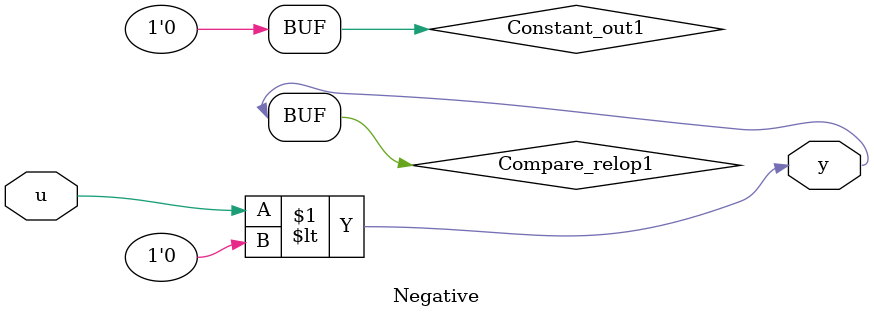
<source format=v>



`timescale 1 ns / 1 ns

module Negative
          (u,
           y);


  input   u;
  output  y;


  wire Constant_out1;
  wire Compare_relop1;


  assign Constant_out1 = 1'b0;



  assign Compare_relop1 = u < Constant_out1;



  assign y = Compare_relop1;

endmodule  // Negative


</source>
